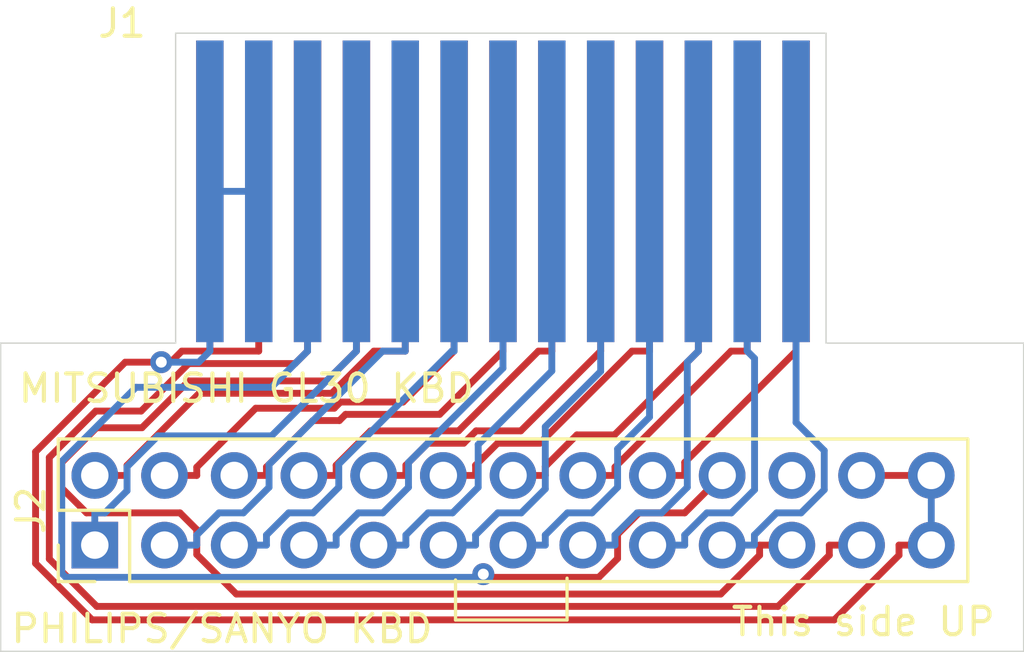
<source format=kicad_pcb>
(kicad_pcb (version 20171130) (host pcbnew "(5.1.5)-3")

  (general
    (thickness 1.6)
    (drawings 12)
    (tracks 208)
    (zones 0)
    (modules 2)
    (nets 24)
  )

  (page A4)
  (layers
    (0 F.Cu signal)
    (31 B.Cu signal)
    (32 B.Adhes user)
    (33 F.Adhes user)
    (34 B.Paste user)
    (35 F.Paste user)
    (36 B.SilkS user)
    (37 F.SilkS user)
    (38 B.Mask user)
    (39 F.Mask user)
    (40 Dwgs.User user)
    (41 Cmts.User user)
    (42 Eco1.User user)
    (43 Eco2.User user)
    (44 Edge.Cuts user)
    (45 Margin user)
    (46 B.CrtYd user)
    (47 F.CrtYd user)
    (48 B.Fab user)
    (49 F.Fab user)
  )

  (setup
    (last_trace_width 0.25)
    (trace_clearance 0.2)
    (zone_clearance 0.508)
    (zone_45_only no)
    (trace_min 0.2)
    (via_size 0.8)
    (via_drill 0.4)
    (via_min_size 0.4)
    (via_min_drill 0.3)
    (uvia_size 0.3)
    (uvia_drill 0.1)
    (uvias_allowed no)
    (uvia_min_size 0.2)
    (uvia_min_drill 0.1)
    (edge_width 0.05)
    (segment_width 0.2)
    (pcb_text_width 0.3)
    (pcb_text_size 1.5 1.5)
    (mod_edge_width 0.12)
    (mod_text_size 1 1)
    (mod_text_width 0.15)
    (pad_size 1.524 1.524)
    (pad_drill 0.762)
    (pad_to_mask_clearance 0.051)
    (solder_mask_min_width 0.25)
    (aux_axis_origin 0 0)
    (visible_elements 7FFFFFFF)
    (pcbplotparams
      (layerselection 0x010fc_ffffffff)
      (usegerberextensions false)
      (usegerberattributes false)
      (usegerberadvancedattributes false)
      (creategerberjobfile false)
      (excludeedgelayer true)
      (linewidth 0.100000)
      (plotframeref false)
      (viasonmask false)
      (mode 1)
      (useauxorigin false)
      (hpglpennumber 1)
      (hpglpenspeed 20)
      (hpglpendiameter 15.000000)
      (psnegative false)
      (psa4output false)
      (plotreference true)
      (plotvalue true)
      (plotinvisibletext false)
      (padsonsilk false)
      (subtractmaskfromsilk false)
      (outputformat 1)
      (mirror false)
      (drillshape 1)
      (scaleselection 1)
      (outputdirectory ""))
  )

  (net 0 "")
  (net 1 GND)
  (net 2 X1)
  (net 3 X0)
  (net 4 Y1)
  (net 5 X7)
  (net 6 X5)
  (net 7 X3)
  (net 8 Y3)
  (net 9 Y5)
  (net 10 Y7)
  (net 11 Y9)
  (net 12 CAPS)
  (net 13 LEDPOWER)
  (net 14 KANA)
  (net 15 Y10)
  (net 16 Y8)
  (net 17 Y6)
  (net 18 Y4)
  (net 19 Y2)
  (net 20 Y0)
  (net 21 X6)
  (net 22 X4)
  (net 23 X2)

  (net_class Default "This is the default net class."
    (clearance 0.2)
    (trace_width 0.25)
    (via_dia 0.8)
    (via_drill 0.4)
    (uvia_dia 0.3)
    (uvia_drill 0.1)
    (add_net CAPS)
    (add_net GND)
    (add_net KANA)
    (add_net LEDPOWER)
    (add_net X0)
    (add_net X1)
    (add_net X2)
    (add_net X3)
    (add_net X4)
    (add_net X5)
    (add_net X6)
    (add_net X7)
    (add_net Y0)
    (add_net Y1)
    (add_net Y10)
    (add_net Y2)
    (add_net Y3)
    (add_net Y4)
    (add_net Y5)
    (add_net Y6)
    (add_net Y7)
    (add_net Y8)
    (add_net Y9)
  )

  (module Connector:26hirosi (layer F.Cu) (tedit 62094E8C) (tstamp 6209AFA2)
    (at 152.464 97.028)
    (path /62095F01)
    (fp_text reference J1 (at -15.19936 -6.20268) (layer F.SilkS)
      (effects (font (size 1 1) (thickness 0.15)))
    )
    (fp_text value "MITSUBISHI GL30 KBD" (at -10.668 7.112) (layer F.SilkS)
      (effects (font (size 1 1) (thickness 0.15)))
    )
    (pad 25 connect rect (at 9.36 -0.07112) (size 1 11) (layers F.Cu F.Mask)
      (net 2 X1))
    (pad 26 connect rect (at 9.36 -0.07366) (size 1 11) (layers B.Cu B.Mask)
      (net 3 X0))
    (pad 17 connect rect (at 2.24 -0.07366) (size 1 11) (layers F.Cu F.Mask)
      (net 4 Y1))
    (pad 19 connect rect (at 4.02 -0.07366) (size 1 11) (layers F.Cu F.Mask)
      (net 5 X7))
    (pad 21 connect rect (at 5.8 -0.07366) (size 1 11) (layers F.Cu F.Mask)
      (net 6 X5))
    (pad 23 connect rect (at 7.58 -0.07366) (size 1 11) (layers F.Cu F.Mask)
      (net 7 X3))
    (pad 15 connect rect (at 0.46 -0.07366) (size 1 11) (layers F.Cu F.Mask)
      (net 8 Y3))
    (pad 13 connect rect (at -1.32 -0.07366) (size 1 11) (layers F.Cu F.Mask)
      (net 9 Y5))
    (pad 11 connect rect (at -3.1 -0.07366) (size 1 11) (layers F.Cu F.Mask)
      (net 10 Y7))
    (pad 9 connect rect (at -4.88 -0.07366) (size 1 11) (layers F.Cu F.Mask)
      (net 11 Y9))
    (pad 7 connect rect (at -6.66 -0.07366) (size 1 11) (layers F.Cu F.Mask)
      (net 12 CAPS))
    (pad 5 connect rect (at -8.44 -0.07366) (size 1 11) (layers F.Cu F.Mask)
      (net 13 LEDPOWER))
    (pad 3 connect rect (at -10.22 -0.07366) (size 1 11) (layers F.Cu F.Mask)
      (net 1 GND))
    (pad 1 connect rect (at -12 -0.07366) (size 1 11) (layers F.Cu F.Mask)
      (net 1 GND))
    (pad 2 connect rect (at -12 -0.07366) (size 1 11) (layers B.Cu B.Mask)
      (net 1 GND))
    (pad 4 connect rect (at -10.22 -0.07366) (size 1 11) (layers B.Cu B.Mask)
      (net 1 GND))
    (pad 6 connect rect (at -8.44 -0.07366) (size 1 11) (layers B.Cu B.Mask)
      (net 14 KANA))
    (pad 8 connect rect (at -6.66 -0.07366) (size 1 11) (layers B.Cu B.Mask)
      (net 15 Y10))
    (pad 10 connect rect (at -4.88 -0.07366) (size 1 11) (layers B.Cu B.Mask)
      (net 16 Y8))
    (pad 12 connect rect (at -3.1 -0.07366) (size 1 11) (layers B.Cu B.Mask)
      (net 17 Y6))
    (pad 14 connect rect (at -1.32 -0.07366) (size 1 11) (layers B.Cu B.Mask)
      (net 18 Y4))
    (pad 16 connect rect (at 0.46 -0.07366) (size 1 11) (layers B.Cu B.Mask)
      (net 19 Y2))
    (pad 18 connect rect (at 2.24 -0.07366) (size 1 11) (layers B.Cu B.Mask)
      (net 20 Y0))
    (pad 20 connect rect (at 4.02 -0.07366) (size 1 11) (layers B.Cu B.Mask)
      (net 21 X6))
    (pad 22 connect rect (at 5.8 -0.07366) (size 1 11) (layers B.Cu B.Mask)
      (net 22 X4))
    (pad 24 connect rect (at 7.58 -0.07366) (size 1 11) (layers B.Cu B.Mask)
      (net 23 X2))
  )

  (module Connector_PinHeader_2.54mm:PinHeader_2x13_P2.54mm_Vertical (layer F.Cu) (tedit 59FED5CC) (tstamp 6209A0DE)
    (at 136.271 109.855 90)
    (descr "Through hole straight pin header, 2x13, 2.54mm pitch, double rows")
    (tags "Through hole pin header THT 2x13 2.54mm double row")
    (path /62094687)
    (fp_text reference J2 (at 1.27 -2.33 90) (layer F.SilkS)
      (effects (font (size 1 1) (thickness 0.15)))
    )
    (fp_text value "PHILIPS/SANYO KBD" (at -3.048 4.6355 180) (layer F.SilkS)
      (effects (font (size 1 1) (thickness 0.15)))
    )
    (fp_text user %R (at 1.27 15.24) (layer F.Fab)
      (effects (font (size 1 1) (thickness 0.15)))
    )
    (fp_line (start 4.35 -1.8) (end -1.8 -1.8) (layer F.CrtYd) (width 0.05))
    (fp_line (start 4.35 32.25) (end 4.35 -1.8) (layer F.CrtYd) (width 0.05))
    (fp_line (start -1.8 32.25) (end 4.35 32.25) (layer F.CrtYd) (width 0.05))
    (fp_line (start -1.8 -1.8) (end -1.8 32.25) (layer F.CrtYd) (width 0.05))
    (fp_line (start -1.33 -1.33) (end 0 -1.33) (layer F.SilkS) (width 0.12))
    (fp_line (start -1.33 0) (end -1.33 -1.33) (layer F.SilkS) (width 0.12))
    (fp_line (start 1.27 -1.33) (end 3.87 -1.33) (layer F.SilkS) (width 0.12))
    (fp_line (start 1.27 1.27) (end 1.27 -1.33) (layer F.SilkS) (width 0.12))
    (fp_line (start -1.33 1.27) (end 1.27 1.27) (layer F.SilkS) (width 0.12))
    (fp_line (start 3.87 -1.33) (end 3.87 31.81) (layer F.SilkS) (width 0.12))
    (fp_line (start -1.33 1.27) (end -1.33 31.81) (layer F.SilkS) (width 0.12))
    (fp_line (start -1.33 31.81) (end 3.87 31.81) (layer F.SilkS) (width 0.12))
    (fp_line (start -1.27 0) (end 0 -1.27) (layer F.Fab) (width 0.1))
    (fp_line (start -1.27 31.75) (end -1.27 0) (layer F.Fab) (width 0.1))
    (fp_line (start 3.81 31.75) (end -1.27 31.75) (layer F.Fab) (width 0.1))
    (fp_line (start 3.81 -1.27) (end 3.81 31.75) (layer F.Fab) (width 0.1))
    (fp_line (start 0 -1.27) (end 3.81 -1.27) (layer F.Fab) (width 0.1))
    (pad 26 thru_hole oval (at 2.54 30.48 90) (size 1.7 1.7) (drill 1) (layers *.Cu *.Mask)
      (net 1 GND))
    (pad 25 thru_hole oval (at 0 30.48 90) (size 1.7 1.7) (drill 1) (layers *.Cu *.Mask)
      (net 1 GND))
    (pad 24 thru_hole oval (at 2.54 27.94 90) (size 1.7 1.7) (drill 1) (layers *.Cu *.Mask)
      (net 1 GND))
    (pad 23 thru_hole oval (at 0 27.94 90) (size 1.7 1.7) (drill 1) (layers *.Cu *.Mask)
      (net 13 LEDPOWER))
    (pad 22 thru_hole oval (at 2.54 25.4 90) (size 1.7 1.7) (drill 1) (layers *.Cu *.Mask))
    (pad 21 thru_hole oval (at 0 25.4 90) (size 1.7 1.7) (drill 1) (layers *.Cu *.Mask)
      (net 12 CAPS))
    (pad 20 thru_hole oval (at 2.54 22.86 90) (size 1.7 1.7) (drill 1) (layers *.Cu *.Mask)
      (net 14 KANA))
    (pad 19 thru_hole oval (at 0 22.86 90) (size 1.7 1.7) (drill 1) (layers *.Cu *.Mask)
      (net 3 X0))
    (pad 18 thru_hole oval (at 2.54 20.32 90) (size 1.7 1.7) (drill 1) (layers *.Cu *.Mask)
      (net 2 X1))
    (pad 17 thru_hole oval (at 0 20.32 90) (size 1.7 1.7) (drill 1) (layers *.Cu *.Mask)
      (net 23 X2))
    (pad 16 thru_hole oval (at 2.54 17.78 90) (size 1.7 1.7) (drill 1) (layers *.Cu *.Mask)
      (net 7 X3))
    (pad 15 thru_hole oval (at 0 17.78 90) (size 1.7 1.7) (drill 1) (layers *.Cu *.Mask)
      (net 22 X4))
    (pad 14 thru_hole oval (at 2.54 15.24 90) (size 1.7 1.7) (drill 1) (layers *.Cu *.Mask)
      (net 6 X5))
    (pad 13 thru_hole oval (at 0 15.24 90) (size 1.7 1.7) (drill 1) (layers *.Cu *.Mask)
      (net 21 X6))
    (pad 12 thru_hole oval (at 2.54 12.7 90) (size 1.7 1.7) (drill 1) (layers *.Cu *.Mask)
      (net 5 X7))
    (pad 11 thru_hole oval (at 0 12.7 90) (size 1.7 1.7) (drill 1) (layers *.Cu *.Mask)
      (net 20 Y0))
    (pad 10 thru_hole oval (at 2.54 10.16 90) (size 1.7 1.7) (drill 1) (layers *.Cu *.Mask)
      (net 4 Y1))
    (pad 9 thru_hole oval (at 0 10.16 90) (size 1.7 1.7) (drill 1) (layers *.Cu *.Mask)
      (net 19 Y2))
    (pad 8 thru_hole oval (at 2.54 7.62 90) (size 1.7 1.7) (drill 1) (layers *.Cu *.Mask)
      (net 8 Y3))
    (pad 7 thru_hole oval (at 0 7.62 90) (size 1.7 1.7) (drill 1) (layers *.Cu *.Mask)
      (net 18 Y4))
    (pad 6 thru_hole oval (at 2.54 5.08 90) (size 1.7 1.7) (drill 1) (layers *.Cu *.Mask)
      (net 9 Y5))
    (pad 5 thru_hole oval (at 0 5.08 90) (size 1.7 1.7) (drill 1) (layers *.Cu *.Mask)
      (net 17 Y6))
    (pad 4 thru_hole oval (at 2.54 2.54 90) (size 1.7 1.7) (drill 1) (layers *.Cu *.Mask)
      (net 10 Y7))
    (pad 3 thru_hole oval (at 0 2.54 90) (size 1.7 1.7) (drill 1) (layers *.Cu *.Mask)
      (net 16 Y8))
    (pad 2 thru_hole oval (at 2.54 0 90) (size 1.7 1.7) (drill 1) (layers *.Cu *.Mask)
      (net 11 Y9))
    (pad 1 thru_hole rect (at 0 0 90) (size 1.7 1.7) (drill 1) (layers *.Cu *.Mask)
      (net 15 Y10))
    (model ${KISYS3DMOD}/Connector_PinHeader_2.54mm.3dshapes/PinHeader_2x13_P2.54mm_Vertical.wrl
      (at (xyz 0 0 0))
      (scale (xyz 1 1 1))
      (rotate (xyz 0 0 0))
    )
  )

  (gr_line (start 153.4795 112.5855) (end 153.4795 111.0615) (layer F.SilkS) (width 0.12))
  (gr_line (start 149.4155 112.5855) (end 153.4795 112.5855) (layer F.SilkS) (width 0.12))
  (gr_line (start 149.4155 111.125) (end 149.4155 112.5855) (layer F.SilkS) (width 0.12))
  (gr_text "This side UP" (at 164.2745 112.649) (layer F.SilkS)
    (effects (font (size 1 1) (thickness 0.15)))
  )
  (gr_line (start 139.2165 102.489) (end 139.2165 91.186) (layer Edge.Cuts) (width 0.05))
  (gr_line (start 132.842 102.489) (end 139.2165 102.489) (layer Edge.Cuts) (width 0.05))
  (gr_line (start 132.842 113.7285) (end 132.842 102.489) (layer Edge.Cuts) (width 0.05))
  (gr_line (start 170.1165 113.7285) (end 132.842 113.7285) (layer Edge.Cuts) (width 0.05))
  (gr_line (start 170.1165 102.489) (end 170.1165 113.7285) (layer Edge.Cuts) (width 0.05))
  (gr_line (start 162.9165 102.489) (end 170.1165 102.489) (layer Edge.Cuts) (width 0.05))
  (gr_line (start 162.9165 91.186) (end 162.9165 102.489) (layer Edge.Cuts) (width 0.05))
  (gr_line (start 139.2165 91.186) (end 162.9165 91.186) (layer Edge.Cuts) (width 0.05))

  (segment (start 138.6931 103.1833) (end 139.0387 103.1833) (width 0.25) (layer F.Cu) (net 1))
  (segment (start 139.0387 103.1833) (end 139.4424 102.7796) (width 0.25) (layer F.Cu) (net 1))
  (segment (start 139.4424 102.7796) (end 140.464 102.7796) (width 0.25) (layer F.Cu) (net 1))
  (segment (start 165.5757 109.855) (end 165.5757 110.2223) (width 0.25) (layer F.Cu) (net 1))
  (segment (start 165.5757 110.2223) (end 163.2176 112.5804) (width 0.25) (layer F.Cu) (net 1))
  (segment (start 163.2176 112.5804) (end 136.1724 112.5804) (width 0.25) (layer F.Cu) (net 1))
  (segment (start 136.1724 112.5804) (end 134.1137 110.5217) (width 0.25) (layer F.Cu) (net 1))
  (segment (start 134.1137 110.5217) (end 134.1137 106.4521) (width 0.25) (layer F.Cu) (net 1))
  (segment (start 134.1137 106.4521) (end 137.3825 103.1833) (width 0.25) (layer F.Cu) (net 1))
  (segment (start 137.3825 103.1833) (end 138.6931 103.1833) (width 0.25) (layer F.Cu) (net 1))
  (segment (start 140.464 96.9543) (end 140.464 102.7796) (width 0.25) (layer B.Cu) (net 1))
  (segment (start 138.6931 103.1833) (end 140.0603 103.1833) (width 0.25) (layer B.Cu) (net 1))
  (segment (start 140.0603 103.1833) (end 140.464 102.7796) (width 0.25) (layer B.Cu) (net 1))
  (segment (start 142.244 96.9543) (end 140.464 96.9543) (width 0.25) (layer B.Cu) (net 1))
  (segment (start 166.751 109.855) (end 165.5757 109.855) (width 0.25) (layer F.Cu) (net 1))
  (segment (start 140.464 102.7796) (end 142.244 102.7796) (width 0.25) (layer F.Cu) (net 1))
  (segment (start 140.464 99.8669) (end 140.464 102.7796) (width 0.25) (layer F.Cu) (net 1))
  (segment (start 166.751 109.855) (end 166.751 107.315) (width 0.25) (layer B.Cu) (net 1))
  (segment (start 142.244 96.9543) (end 142.244 102.7796) (width 0.25) (layer F.Cu) (net 1))
  (segment (start 140.464 96.9543) (end 140.464 99.8669) (width 0.25) (layer F.Cu) (net 1))
  (segment (start 166.751 107.315) (end 164.211 107.315) (width 0.25) (layer F.Cu) (net 1))
  (via (at 138.6931 103.1833) (size 0.8) (layers F.Cu B.Cu) (net 1))
  (segment (start 156.591 107.315) (end 157.7663 107.315) (width 0.25) (layer F.Cu) (net 2))
  (segment (start 161.824 96.9569) (end 161.824 102.7822) (width 0.25) (layer F.Cu) (net 2))
  (segment (start 157.7663 107.315) (end 157.7663 106.8399) (width 0.25) (layer F.Cu) (net 2))
  (segment (start 157.7663 106.8399) (end 161.824 102.7822) (width 0.25) (layer F.Cu) (net 2))
  (segment (start 159.131 109.855) (end 160.3063 109.855) (width 0.25) (layer B.Cu) (net 3))
  (segment (start 160.3063 109.855) (end 160.3063 109.4876) (width 0.25) (layer B.Cu) (net 3))
  (segment (start 160.3063 109.4876) (end 161.1142 108.6797) (width 0.25) (layer B.Cu) (net 3))
  (segment (start 161.1142 108.6797) (end 162.0073 108.6797) (width 0.25) (layer B.Cu) (net 3))
  (segment (start 162.0073 108.6797) (end 162.8509 107.8361) (width 0.25) (layer B.Cu) (net 3))
  (segment (start 162.8509 107.8361) (end 162.8509 106.4099) (width 0.25) (layer B.Cu) (net 3))
  (segment (start 162.8509 106.4099) (end 161.824 105.383) (width 0.25) (layer B.Cu) (net 3))
  (segment (start 161.824 105.383) (end 161.824 96.9543) (width 0.25) (layer B.Cu) (net 3))
  (segment (start 154.704 102.7796) (end 151.7942 105.6894) (width 0.25) (layer F.Cu) (net 4))
  (segment (start 151.7942 105.6894) (end 150.1644 105.6894) (width 0.25) (layer F.Cu) (net 4))
  (segment (start 150.1644 105.6894) (end 149.7141 106.1397) (width 0.25) (layer F.Cu) (net 4))
  (segment (start 149.7141 106.1397) (end 148.4088 106.1397) (width 0.25) (layer F.Cu) (net 4))
  (segment (start 148.4088 106.1397) (end 147.6063 106.9422) (width 0.25) (layer F.Cu) (net 4))
  (segment (start 147.6063 106.9422) (end 147.6063 107.315) (width 0.25) (layer F.Cu) (net 4))
  (segment (start 154.704 96.9543) (end 154.704 102.7796) (width 0.25) (layer F.Cu) (net 4))
  (segment (start 146.431 107.315) (end 147.6063 107.315) (width 0.25) (layer F.Cu) (net 4))
  (segment (start 156.484 102.7796) (end 155.8472 102.7796) (width 0.25) (layer F.Cu) (net 5))
  (segment (start 155.8472 102.7796) (end 152.4871 106.1397) (width 0.25) (layer F.Cu) (net 5))
  (segment (start 152.4871 106.1397) (end 150.9487 106.1397) (width 0.25) (layer F.Cu) (net 5))
  (segment (start 150.9487 106.1397) (end 150.1463 106.9421) (width 0.25) (layer F.Cu) (net 5))
  (segment (start 150.1463 106.9421) (end 150.1463 107.315) (width 0.25) (layer F.Cu) (net 5))
  (segment (start 156.484 96.9543) (end 156.484 102.7796) (width 0.25) (layer F.Cu) (net 5))
  (segment (start 148.971 107.315) (end 150.1463 107.315) (width 0.25) (layer F.Cu) (net 5))
  (segment (start 158.264 96.9543) (end 158.264 102.7796) (width 0.25) (layer F.Cu) (net 6))
  (segment (start 151.511 107.315) (end 152.6863 107.315) (width 0.25) (layer F.Cu) (net 6))
  (segment (start 152.6863 107.315) (end 152.6863 106.9873) (width 0.25) (layer F.Cu) (net 6))
  (segment (start 152.6863 106.9873) (end 153.8377 105.8359) (width 0.25) (layer F.Cu) (net 6))
  (segment (start 153.8377 105.8359) (end 155.2077 105.8359) (width 0.25) (layer F.Cu) (net 6))
  (segment (start 155.2077 105.8359) (end 158.264 102.7796) (width 0.25) (layer F.Cu) (net 6))
  (segment (start 160.044 96.9543) (end 160.044 102.7796) (width 0.25) (layer F.Cu) (net 7))
  (segment (start 154.051 107.315) (end 155.2263 107.315) (width 0.25) (layer F.Cu) (net 7))
  (segment (start 155.2263 107.315) (end 155.2263 107.0095) (width 0.25) (layer F.Cu) (net 7))
  (segment (start 155.2263 107.0095) (end 159.4562 102.7796) (width 0.25) (layer F.Cu) (net 7))
  (segment (start 159.4562 102.7796) (end 160.044 102.7796) (width 0.25) (layer F.Cu) (net 7))
  (segment (start 152.924 102.7796) (end 152.4372 102.7796) (width 0.25) (layer F.Cu) (net 8))
  (segment (start 152.4372 102.7796) (end 149.5274 105.6894) (width 0.25) (layer F.Cu) (net 8))
  (segment (start 149.5274 105.6894) (end 146.3197 105.6894) (width 0.25) (layer F.Cu) (net 8))
  (segment (start 146.3197 105.6894) (end 145.0663 106.9428) (width 0.25) (layer F.Cu) (net 8))
  (segment (start 145.0663 106.9428) (end 145.0663 107.315) (width 0.25) (layer F.Cu) (net 8))
  (segment (start 152.924 96.9543) (end 152.924 102.7796) (width 0.25) (layer F.Cu) (net 8))
  (segment (start 143.891 107.315) (end 145.0663 107.315) (width 0.25) (layer F.Cu) (net 8))
  (segment (start 142.5263 107.315) (end 142.5263 107.0057) (width 0.25) (layer F.Cu) (net 9))
  (segment (start 142.5263 107.0057) (end 144.2188 105.3132) (width 0.25) (layer F.Cu) (net 9))
  (segment (start 144.2188 105.3132) (end 145.1841 105.3132) (width 0.25) (layer F.Cu) (net 9))
  (segment (start 145.1841 105.3132) (end 145.4094 105.0879) (width 0.25) (layer F.Cu) (net 9))
  (segment (start 145.4094 105.0879) (end 148.8357 105.0879) (width 0.25) (layer F.Cu) (net 9))
  (segment (start 148.8357 105.0879) (end 151.144 102.7796) (width 0.25) (layer F.Cu) (net 9))
  (segment (start 151.144 96.9543) (end 151.144 102.7796) (width 0.25) (layer F.Cu) (net 9))
  (segment (start 141.351 107.315) (end 142.5263 107.315) (width 0.25) (layer F.Cu) (net 9))
  (segment (start 139.9863 107.315) (end 139.9863 107.0137) (width 0.25) (layer F.Cu) (net 10))
  (segment (start 139.9863 107.0137) (end 142.1371 104.8629) (width 0.25) (layer F.Cu) (net 10))
  (segment (start 142.1371 104.8629) (end 144.9975 104.8629) (width 0.25) (layer F.Cu) (net 10))
  (segment (start 144.9975 104.8629) (end 145.2228 104.6376) (width 0.25) (layer F.Cu) (net 10))
  (segment (start 145.2228 104.6376) (end 147.506 104.6376) (width 0.25) (layer F.Cu) (net 10))
  (segment (start 147.506 104.6376) (end 149.364 102.7796) (width 0.25) (layer F.Cu) (net 10))
  (segment (start 138.811 107.315) (end 139.9863 107.315) (width 0.25) (layer F.Cu) (net 10))
  (segment (start 149.364 96.9543) (end 149.364 102.7796) (width 0.25) (layer F.Cu) (net 10))
  (segment (start 137.4463 107.315) (end 137.4463 106.9477) (width 0.25) (layer F.Cu) (net 11))
  (segment (start 137.4463 106.9477) (end 140.0756 104.3184) (width 0.25) (layer F.Cu) (net 11))
  (segment (start 140.0756 104.3184) (end 144.9051 104.3184) (width 0.25) (layer F.Cu) (net 11))
  (segment (start 144.9051 104.3184) (end 146.4439 102.7796) (width 0.25) (layer F.Cu) (net 11))
  (segment (start 146.4439 102.7796) (end 147.584 102.7796) (width 0.25) (layer F.Cu) (net 11))
  (segment (start 147.584 96.9543) (end 147.584 102.7796) (width 0.25) (layer F.Cu) (net 11))
  (segment (start 136.271 107.315) (end 137.4463 107.315) (width 0.25) (layer F.Cu) (net 11))
  (segment (start 145.804 102.7796) (end 144.7156 103.868) (width 0.25) (layer F.Cu) (net 12))
  (segment (start 144.7156 103.868) (end 139.6964 103.868) (width 0.25) (layer F.Cu) (net 12))
  (segment (start 139.6964 103.868) (end 137.9886 105.5758) (width 0.25) (layer F.Cu) (net 12))
  (segment (start 137.9886 105.5758) (end 136.3332 105.5758) (width 0.25) (layer F.Cu) (net 12))
  (segment (start 136.3332 105.5758) (end 135.0639 106.8451) (width 0.25) (layer F.Cu) (net 12))
  (segment (start 135.0639 106.8451) (end 135.0639 107.7725) (width 0.25) (layer F.Cu) (net 12))
  (segment (start 135.0639 107.7725) (end 135.971 108.6796) (width 0.25) (layer F.Cu) (net 12))
  (segment (start 135.971 108.6796) (end 139.376 108.6796) (width 0.25) (layer F.Cu) (net 12))
  (segment (start 139.376 108.6796) (end 139.9864 109.29) (width 0.25) (layer F.Cu) (net 12))
  (segment (start 139.9864 109.29) (end 139.9864 110.1966) (width 0.25) (layer F.Cu) (net 12))
  (segment (start 139.9864 110.1966) (end 141.4294 111.6396) (width 0.25) (layer F.Cu) (net 12))
  (segment (start 141.4294 111.6396) (end 159.0784 111.6396) (width 0.25) (layer F.Cu) (net 12))
  (segment (start 159.0784 111.6396) (end 160.4957 110.2223) (width 0.25) (layer F.Cu) (net 12))
  (segment (start 160.4957 110.2223) (end 160.4957 109.855) (width 0.25) (layer F.Cu) (net 12))
  (segment (start 145.804 96.9543) (end 145.804 102.7796) (width 0.25) (layer F.Cu) (net 12))
  (segment (start 161.671 109.855) (end 160.4957 109.855) (width 0.25) (layer F.Cu) (net 12))
  (segment (start 163.0357 109.855) (end 163.0357 110.2223) (width 0.25) (layer F.Cu) (net 13))
  (segment (start 163.0357 110.2223) (end 161.1681 112.0899) (width 0.25) (layer F.Cu) (net 13))
  (segment (start 161.1681 112.0899) (end 136.3442 112.0899) (width 0.25) (layer F.Cu) (net 13))
  (segment (start 136.3442 112.0899) (end 134.6136 110.3593) (width 0.25) (layer F.Cu) (net 13))
  (segment (start 134.6136 110.3593) (end 134.6136 106.6585) (width 0.25) (layer F.Cu) (net 13))
  (segment (start 134.6136 106.6585) (end 136.3059 104.9662) (width 0.25) (layer F.Cu) (net 13))
  (segment (start 136.3059 104.9662) (end 137.9613 104.9662) (width 0.25) (layer F.Cu) (net 13))
  (segment (start 137.9613 104.9662) (end 139.6935 103.234) (width 0.25) (layer F.Cu) (net 13))
  (segment (start 139.6935 103.234) (end 143.5696 103.234) (width 0.25) (layer F.Cu) (net 13))
  (segment (start 143.5696 103.234) (end 144.024 102.7796) (width 0.25) (layer F.Cu) (net 13))
  (segment (start 144.024 96.9543) (end 144.024 102.7796) (width 0.25) (layer F.Cu) (net 13))
  (segment (start 164.211 109.855) (end 163.0357 109.855) (width 0.25) (layer F.Cu) (net 13))
  (segment (start 144.024 96.9543) (end 144.024 102.7796) (width 0.25) (layer B.Cu) (net 14))
  (segment (start 150.4277 110.9143) (end 150.3116 111.0304) (width 0.25) (layer B.Cu) (net 14))
  (segment (start 150.3116 111.0304) (end 135.2184 111.0304) (width 0.25) (layer B.Cu) (net 14))
  (segment (start 135.2184 111.0304) (end 135.0677 110.8797) (width 0.25) (layer B.Cu) (net 14))
  (segment (start 135.0677 110.8797) (end 135.0677 106.8037) (width 0.25) (layer B.Cu) (net 14))
  (segment (start 135.0677 106.8037) (end 137.7712 104.1002) (width 0.25) (layer B.Cu) (net 14))
  (segment (start 137.7712 104.1002) (end 142.7034 104.1002) (width 0.25) (layer B.Cu) (net 14))
  (segment (start 142.7034 104.1002) (end 144.024 102.7796) (width 0.25) (layer B.Cu) (net 14))
  (segment (start 159.131 107.315) (end 157.7664 108.6796) (width 0.25) (layer F.Cu) (net 14))
  (segment (start 157.7664 108.6796) (end 156.1016 108.6796) (width 0.25) (layer F.Cu) (net 14))
  (segment (start 156.1016 108.6796) (end 155.321 109.4602) (width 0.25) (layer F.Cu) (net 14))
  (segment (start 155.321 109.4602) (end 155.321 110.3435) (width 0.25) (layer F.Cu) (net 14))
  (segment (start 155.321 110.3435) (end 154.6341 111.0304) (width 0.25) (layer F.Cu) (net 14))
  (segment (start 154.6341 111.0304) (end 150.5438 111.0304) (width 0.25) (layer F.Cu) (net 14))
  (segment (start 150.5438 111.0304) (end 150.4277 110.9143) (width 0.25) (layer F.Cu) (net 14))
  (via (at 150.4277 110.9143) (size 0.8) (layers F.Cu B.Cu) (net 14))
  (segment (start 136.271 108.6797) (end 136.6384 108.6797) (width 0.25) (layer B.Cu) (net 15))
  (segment (start 136.6384 108.6797) (end 137.4463 107.8718) (width 0.25) (layer B.Cu) (net 15))
  (segment (start 137.4463 107.8718) (end 137.4463 106.9985) (width 0.25) (layer B.Cu) (net 15))
  (segment (start 137.4463 106.9985) (end 138.5737 105.8711) (width 0.25) (layer B.Cu) (net 15))
  (segment (start 138.5737 105.8711) (end 142.7125 105.8711) (width 0.25) (layer B.Cu) (net 15))
  (segment (start 142.7125 105.8711) (end 145.804 102.7796) (width 0.25) (layer B.Cu) (net 15))
  (segment (start 145.804 96.9543) (end 145.804 102.7796) (width 0.25) (layer B.Cu) (net 15))
  (segment (start 136.271 109.855) (end 136.271 108.6797) (width 0.25) (layer B.Cu) (net 15))
  (segment (start 147.584 96.9543) (end 147.584 102.7796) (width 0.25) (layer B.Cu) (net 16))
  (segment (start 138.811 109.855) (end 139.9863 109.855) (width 0.25) (layer B.Cu) (net 16))
  (segment (start 139.9863 109.855) (end 139.9863 109.4876) (width 0.25) (layer B.Cu) (net 16))
  (segment (start 139.9863 109.4876) (end 140.7942 108.6797) (width 0.25) (layer B.Cu) (net 16))
  (segment (start 140.7942 108.6797) (end 141.6873 108.6797) (width 0.25) (layer B.Cu) (net 16))
  (segment (start 141.6873 108.6797) (end 142.621 107.746) (width 0.25) (layer B.Cu) (net 16))
  (segment (start 142.621 107.746) (end 142.621 106.9173) (width 0.25) (layer B.Cu) (net 16))
  (segment (start 142.621 106.9173) (end 146.7587 102.7796) (width 0.25) (layer B.Cu) (net 16))
  (segment (start 146.7587 102.7796) (end 147.584 102.7796) (width 0.25) (layer B.Cu) (net 16))
  (segment (start 149.364 96.9543) (end 149.364 102.7796) (width 0.25) (layer B.Cu) (net 17))
  (segment (start 141.351 109.855) (end 142.5263 109.855) (width 0.25) (layer B.Cu) (net 17))
  (segment (start 142.5263 109.855) (end 142.5263 109.4876) (width 0.25) (layer B.Cu) (net 17))
  (segment (start 142.5263 109.4876) (end 143.3342 108.6797) (width 0.25) (layer B.Cu) (net 17))
  (segment (start 143.3342 108.6797) (end 144.2273 108.6797) (width 0.25) (layer B.Cu) (net 17))
  (segment (start 144.2273 108.6797) (end 145.161 107.746) (width 0.25) (layer B.Cu) (net 17))
  (segment (start 145.161 107.746) (end 145.161 106.9012) (width 0.25) (layer B.Cu) (net 17))
  (segment (start 145.161 106.9012) (end 149.2826 102.7796) (width 0.25) (layer B.Cu) (net 17))
  (segment (start 149.2826 102.7796) (end 149.364 102.7796) (width 0.25) (layer B.Cu) (net 17))
  (segment (start 143.891 109.855) (end 145.0663 109.855) (width 0.25) (layer B.Cu) (net 18))
  (segment (start 145.0663 109.855) (end 145.0663 109.4876) (width 0.25) (layer B.Cu) (net 18))
  (segment (start 145.0663 109.4876) (end 145.8742 108.6797) (width 0.25) (layer B.Cu) (net 18))
  (segment (start 145.8742 108.6797) (end 146.7673 108.6797) (width 0.25) (layer B.Cu) (net 18))
  (segment (start 146.7673 108.6797) (end 147.701 107.746) (width 0.25) (layer B.Cu) (net 18))
  (segment (start 147.701 107.746) (end 147.701 106.8446) (width 0.25) (layer B.Cu) (net 18))
  (segment (start 147.701 106.8446) (end 151.144 103.4016) (width 0.25) (layer B.Cu) (net 18))
  (segment (start 151.144 103.4016) (end 151.144 96.9543) (width 0.25) (layer B.Cu) (net 18))
  (segment (start 146.431 109.855) (end 147.6063 109.855) (width 0.25) (layer B.Cu) (net 19))
  (segment (start 147.6063 109.855) (end 147.6063 109.4876) (width 0.25) (layer B.Cu) (net 19))
  (segment (start 147.6063 109.4876) (end 148.4142 108.6797) (width 0.25) (layer B.Cu) (net 19))
  (segment (start 148.4142 108.6797) (end 149.3073 108.6797) (width 0.25) (layer B.Cu) (net 19))
  (segment (start 149.3073 108.6797) (end 150.241 107.746) (width 0.25) (layer B.Cu) (net 19))
  (segment (start 150.241 107.746) (end 150.241 106.188) (width 0.25) (layer B.Cu) (net 19))
  (segment (start 150.241 106.188) (end 152.924 103.505) (width 0.25) (layer B.Cu) (net 19))
  (segment (start 152.924 103.505) (end 152.924 96.9543) (width 0.25) (layer B.Cu) (net 19))
  (segment (start 148.971 109.855) (end 150.1463 109.855) (width 0.25) (layer B.Cu) (net 20))
  (segment (start 150.1463 109.855) (end 150.1463 109.4876) (width 0.25) (layer B.Cu) (net 20))
  (segment (start 150.1463 109.4876) (end 150.9542 108.6797) (width 0.25) (layer B.Cu) (net 20))
  (segment (start 150.9542 108.6797) (end 151.8111 108.6797) (width 0.25) (layer B.Cu) (net 20))
  (segment (start 151.8111 108.6797) (end 152.6864 107.8044) (width 0.25) (layer B.Cu) (net 20))
  (segment (start 152.6864 107.8044) (end 152.6864 105.5394) (width 0.25) (layer B.Cu) (net 20))
  (segment (start 152.6864 105.5394) (end 154.704 103.5218) (width 0.25) (layer B.Cu) (net 20))
  (segment (start 154.704 103.5218) (end 154.704 96.9543) (width 0.25) (layer B.Cu) (net 20))
  (segment (start 151.511 109.855) (end 152.6863 109.855) (width 0.25) (layer B.Cu) (net 21))
  (segment (start 152.6863 109.855) (end 152.6863 109.4876) (width 0.25) (layer B.Cu) (net 21))
  (segment (start 152.6863 109.4876) (end 153.4942 108.6797) (width 0.25) (layer B.Cu) (net 21))
  (segment (start 153.4942 108.6797) (end 154.3873 108.6797) (width 0.25) (layer B.Cu) (net 21))
  (segment (start 154.3873 108.6797) (end 155.321 107.746) (width 0.25) (layer B.Cu) (net 21))
  (segment (start 155.321 107.746) (end 155.321 106.348) (width 0.25) (layer B.Cu) (net 21))
  (segment (start 155.321 106.348) (end 156.484 105.185) (width 0.25) (layer B.Cu) (net 21))
  (segment (start 156.484 105.185) (end 156.484 96.9543) (width 0.25) (layer B.Cu) (net 21))
  (segment (start 158.264 96.9543) (end 158.264 102.7796) (width 0.25) (layer B.Cu) (net 22))
  (segment (start 154.051 109.855) (end 155.2263 109.855) (width 0.25) (layer B.Cu) (net 22))
  (segment (start 155.2263 109.855) (end 155.2263 109.4876) (width 0.25) (layer B.Cu) (net 22))
  (segment (start 155.2263 109.4876) (end 156.0342 108.6797) (width 0.25) (layer B.Cu) (net 22))
  (segment (start 156.0342 108.6797) (end 156.9273 108.6797) (width 0.25) (layer B.Cu) (net 22))
  (segment (start 156.9273 108.6797) (end 157.861 107.746) (width 0.25) (layer B.Cu) (net 22))
  (segment (start 157.861 107.746) (end 157.861 103.1826) (width 0.25) (layer B.Cu) (net 22))
  (segment (start 157.861 103.1826) (end 158.264 102.7796) (width 0.25) (layer B.Cu) (net 22))
  (segment (start 160.044 96.9543) (end 160.044 102.7796) (width 0.25) (layer B.Cu) (net 23))
  (segment (start 156.591 109.855) (end 157.7663 109.855) (width 0.25) (layer B.Cu) (net 23))
  (segment (start 157.7663 109.855) (end 157.7663 109.4876) (width 0.25) (layer B.Cu) (net 23))
  (segment (start 157.7663 109.4876) (end 158.5742 108.6797) (width 0.25) (layer B.Cu) (net 23))
  (segment (start 158.5742 108.6797) (end 159.4673 108.6797) (width 0.25) (layer B.Cu) (net 23))
  (segment (start 159.4673 108.6797) (end 160.3117 107.8353) (width 0.25) (layer B.Cu) (net 23))
  (segment (start 160.3117 107.8353) (end 160.3117 103.0473) (width 0.25) (layer B.Cu) (net 23))
  (segment (start 160.3117 103.0473) (end 160.044 102.7796) (width 0.25) (layer B.Cu) (net 23))

)

</source>
